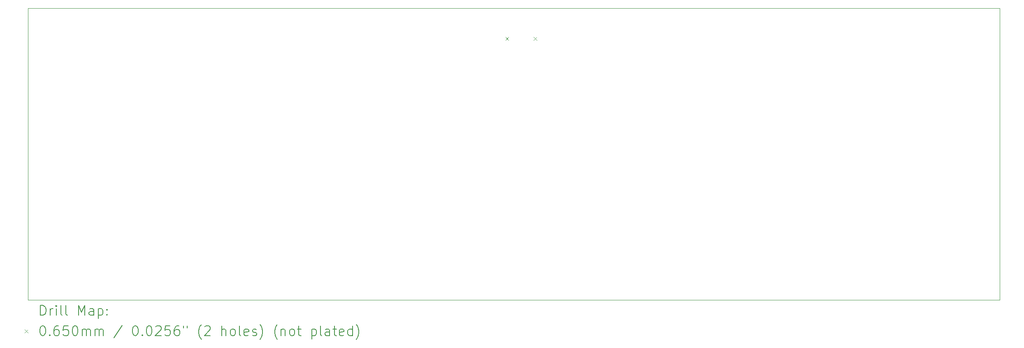
<source format=gbr>
%TF.GenerationSoftware,KiCad,Pcbnew,8.0.3*%
%TF.CreationDate,2024-07-13T20:38:13+02:00*%
%TF.ProjectId,Steuerplatine,53746575-6572-4706-9c61-74696e652e6b,rev?*%
%TF.SameCoordinates,Original*%
%TF.FileFunction,Drillmap*%
%TF.FilePolarity,Positive*%
%FSLAX45Y45*%
G04 Gerber Fmt 4.5, Leading zero omitted, Abs format (unit mm)*
G04 Created by KiCad (PCBNEW 8.0.3) date 2024-07-13 20:38:13*
%MOMM*%
%LPD*%
G01*
G04 APERTURE LIST*
%ADD10C,0.050000*%
%ADD11C,0.200000*%
%ADD12C,0.100000*%
G04 APERTURE END LIST*
D10*
X5000000Y-2990000D02*
X25000000Y-2990000D01*
X25000000Y-9000000D01*
X5000000Y-9000000D01*
X5000000Y-2990000D01*
D11*
D12*
X14828500Y-3585500D02*
X14893500Y-3650500D01*
X14893500Y-3585500D02*
X14828500Y-3650500D01*
X15406500Y-3585500D02*
X15471500Y-3650500D01*
X15471500Y-3585500D02*
X15406500Y-3650500D01*
D11*
X5258277Y-9313984D02*
X5258277Y-9113984D01*
X5258277Y-9113984D02*
X5305896Y-9113984D01*
X5305896Y-9113984D02*
X5334467Y-9123508D01*
X5334467Y-9123508D02*
X5353515Y-9142555D01*
X5353515Y-9142555D02*
X5363039Y-9161603D01*
X5363039Y-9161603D02*
X5372563Y-9199698D01*
X5372563Y-9199698D02*
X5372563Y-9228270D01*
X5372563Y-9228270D02*
X5363039Y-9266365D01*
X5363039Y-9266365D02*
X5353515Y-9285412D01*
X5353515Y-9285412D02*
X5334467Y-9304460D01*
X5334467Y-9304460D02*
X5305896Y-9313984D01*
X5305896Y-9313984D02*
X5258277Y-9313984D01*
X5458277Y-9313984D02*
X5458277Y-9180650D01*
X5458277Y-9218746D02*
X5467801Y-9199698D01*
X5467801Y-9199698D02*
X5477324Y-9190174D01*
X5477324Y-9190174D02*
X5496372Y-9180650D01*
X5496372Y-9180650D02*
X5515420Y-9180650D01*
X5582086Y-9313984D02*
X5582086Y-9180650D01*
X5582086Y-9113984D02*
X5572563Y-9123508D01*
X5572563Y-9123508D02*
X5582086Y-9133031D01*
X5582086Y-9133031D02*
X5591610Y-9123508D01*
X5591610Y-9123508D02*
X5582086Y-9113984D01*
X5582086Y-9113984D02*
X5582086Y-9133031D01*
X5705896Y-9313984D02*
X5686848Y-9304460D01*
X5686848Y-9304460D02*
X5677324Y-9285412D01*
X5677324Y-9285412D02*
X5677324Y-9113984D01*
X5810658Y-9313984D02*
X5791610Y-9304460D01*
X5791610Y-9304460D02*
X5782086Y-9285412D01*
X5782086Y-9285412D02*
X5782086Y-9113984D01*
X6039229Y-9313984D02*
X6039229Y-9113984D01*
X6039229Y-9113984D02*
X6105896Y-9256841D01*
X6105896Y-9256841D02*
X6172562Y-9113984D01*
X6172562Y-9113984D02*
X6172562Y-9313984D01*
X6353515Y-9313984D02*
X6353515Y-9209222D01*
X6353515Y-9209222D02*
X6343991Y-9190174D01*
X6343991Y-9190174D02*
X6324943Y-9180650D01*
X6324943Y-9180650D02*
X6286848Y-9180650D01*
X6286848Y-9180650D02*
X6267801Y-9190174D01*
X6353515Y-9304460D02*
X6334467Y-9313984D01*
X6334467Y-9313984D02*
X6286848Y-9313984D01*
X6286848Y-9313984D02*
X6267801Y-9304460D01*
X6267801Y-9304460D02*
X6258277Y-9285412D01*
X6258277Y-9285412D02*
X6258277Y-9266365D01*
X6258277Y-9266365D02*
X6267801Y-9247317D01*
X6267801Y-9247317D02*
X6286848Y-9237793D01*
X6286848Y-9237793D02*
X6334467Y-9237793D01*
X6334467Y-9237793D02*
X6353515Y-9228270D01*
X6448753Y-9180650D02*
X6448753Y-9380650D01*
X6448753Y-9190174D02*
X6467801Y-9180650D01*
X6467801Y-9180650D02*
X6505896Y-9180650D01*
X6505896Y-9180650D02*
X6524943Y-9190174D01*
X6524943Y-9190174D02*
X6534467Y-9199698D01*
X6534467Y-9199698D02*
X6543991Y-9218746D01*
X6543991Y-9218746D02*
X6543991Y-9275889D01*
X6543991Y-9275889D02*
X6534467Y-9294936D01*
X6534467Y-9294936D02*
X6524943Y-9304460D01*
X6524943Y-9304460D02*
X6505896Y-9313984D01*
X6505896Y-9313984D02*
X6467801Y-9313984D01*
X6467801Y-9313984D02*
X6448753Y-9304460D01*
X6629705Y-9294936D02*
X6639229Y-9304460D01*
X6639229Y-9304460D02*
X6629705Y-9313984D01*
X6629705Y-9313984D02*
X6620182Y-9304460D01*
X6620182Y-9304460D02*
X6629705Y-9294936D01*
X6629705Y-9294936D02*
X6629705Y-9313984D01*
X6629705Y-9190174D02*
X6639229Y-9199698D01*
X6639229Y-9199698D02*
X6629705Y-9209222D01*
X6629705Y-9209222D02*
X6620182Y-9199698D01*
X6620182Y-9199698D02*
X6629705Y-9190174D01*
X6629705Y-9190174D02*
X6629705Y-9209222D01*
D12*
X4932500Y-9610000D02*
X4997500Y-9675000D01*
X4997500Y-9610000D02*
X4932500Y-9675000D01*
D11*
X5296372Y-9533984D02*
X5315420Y-9533984D01*
X5315420Y-9533984D02*
X5334467Y-9543508D01*
X5334467Y-9543508D02*
X5343991Y-9553031D01*
X5343991Y-9553031D02*
X5353515Y-9572079D01*
X5353515Y-9572079D02*
X5363039Y-9610174D01*
X5363039Y-9610174D02*
X5363039Y-9657793D01*
X5363039Y-9657793D02*
X5353515Y-9695889D01*
X5353515Y-9695889D02*
X5343991Y-9714936D01*
X5343991Y-9714936D02*
X5334467Y-9724460D01*
X5334467Y-9724460D02*
X5315420Y-9733984D01*
X5315420Y-9733984D02*
X5296372Y-9733984D01*
X5296372Y-9733984D02*
X5277324Y-9724460D01*
X5277324Y-9724460D02*
X5267801Y-9714936D01*
X5267801Y-9714936D02*
X5258277Y-9695889D01*
X5258277Y-9695889D02*
X5248753Y-9657793D01*
X5248753Y-9657793D02*
X5248753Y-9610174D01*
X5248753Y-9610174D02*
X5258277Y-9572079D01*
X5258277Y-9572079D02*
X5267801Y-9553031D01*
X5267801Y-9553031D02*
X5277324Y-9543508D01*
X5277324Y-9543508D02*
X5296372Y-9533984D01*
X5448753Y-9714936D02*
X5458277Y-9724460D01*
X5458277Y-9724460D02*
X5448753Y-9733984D01*
X5448753Y-9733984D02*
X5439229Y-9724460D01*
X5439229Y-9724460D02*
X5448753Y-9714936D01*
X5448753Y-9714936D02*
X5448753Y-9733984D01*
X5629705Y-9533984D02*
X5591610Y-9533984D01*
X5591610Y-9533984D02*
X5572563Y-9543508D01*
X5572563Y-9543508D02*
X5563039Y-9553031D01*
X5563039Y-9553031D02*
X5543991Y-9581603D01*
X5543991Y-9581603D02*
X5534467Y-9619698D01*
X5534467Y-9619698D02*
X5534467Y-9695889D01*
X5534467Y-9695889D02*
X5543991Y-9714936D01*
X5543991Y-9714936D02*
X5553515Y-9724460D01*
X5553515Y-9724460D02*
X5572563Y-9733984D01*
X5572563Y-9733984D02*
X5610658Y-9733984D01*
X5610658Y-9733984D02*
X5629705Y-9724460D01*
X5629705Y-9724460D02*
X5639229Y-9714936D01*
X5639229Y-9714936D02*
X5648753Y-9695889D01*
X5648753Y-9695889D02*
X5648753Y-9648270D01*
X5648753Y-9648270D02*
X5639229Y-9629222D01*
X5639229Y-9629222D02*
X5629705Y-9619698D01*
X5629705Y-9619698D02*
X5610658Y-9610174D01*
X5610658Y-9610174D02*
X5572563Y-9610174D01*
X5572563Y-9610174D02*
X5553515Y-9619698D01*
X5553515Y-9619698D02*
X5543991Y-9629222D01*
X5543991Y-9629222D02*
X5534467Y-9648270D01*
X5829705Y-9533984D02*
X5734467Y-9533984D01*
X5734467Y-9533984D02*
X5724943Y-9629222D01*
X5724943Y-9629222D02*
X5734467Y-9619698D01*
X5734467Y-9619698D02*
X5753515Y-9610174D01*
X5753515Y-9610174D02*
X5801134Y-9610174D01*
X5801134Y-9610174D02*
X5820182Y-9619698D01*
X5820182Y-9619698D02*
X5829705Y-9629222D01*
X5829705Y-9629222D02*
X5839229Y-9648270D01*
X5839229Y-9648270D02*
X5839229Y-9695889D01*
X5839229Y-9695889D02*
X5829705Y-9714936D01*
X5829705Y-9714936D02*
X5820182Y-9724460D01*
X5820182Y-9724460D02*
X5801134Y-9733984D01*
X5801134Y-9733984D02*
X5753515Y-9733984D01*
X5753515Y-9733984D02*
X5734467Y-9724460D01*
X5734467Y-9724460D02*
X5724943Y-9714936D01*
X5963039Y-9533984D02*
X5982086Y-9533984D01*
X5982086Y-9533984D02*
X6001134Y-9543508D01*
X6001134Y-9543508D02*
X6010658Y-9553031D01*
X6010658Y-9553031D02*
X6020182Y-9572079D01*
X6020182Y-9572079D02*
X6029705Y-9610174D01*
X6029705Y-9610174D02*
X6029705Y-9657793D01*
X6029705Y-9657793D02*
X6020182Y-9695889D01*
X6020182Y-9695889D02*
X6010658Y-9714936D01*
X6010658Y-9714936D02*
X6001134Y-9724460D01*
X6001134Y-9724460D02*
X5982086Y-9733984D01*
X5982086Y-9733984D02*
X5963039Y-9733984D01*
X5963039Y-9733984D02*
X5943991Y-9724460D01*
X5943991Y-9724460D02*
X5934467Y-9714936D01*
X5934467Y-9714936D02*
X5924943Y-9695889D01*
X5924943Y-9695889D02*
X5915420Y-9657793D01*
X5915420Y-9657793D02*
X5915420Y-9610174D01*
X5915420Y-9610174D02*
X5924943Y-9572079D01*
X5924943Y-9572079D02*
X5934467Y-9553031D01*
X5934467Y-9553031D02*
X5943991Y-9543508D01*
X5943991Y-9543508D02*
X5963039Y-9533984D01*
X6115420Y-9733984D02*
X6115420Y-9600650D01*
X6115420Y-9619698D02*
X6124943Y-9610174D01*
X6124943Y-9610174D02*
X6143991Y-9600650D01*
X6143991Y-9600650D02*
X6172563Y-9600650D01*
X6172563Y-9600650D02*
X6191610Y-9610174D01*
X6191610Y-9610174D02*
X6201134Y-9629222D01*
X6201134Y-9629222D02*
X6201134Y-9733984D01*
X6201134Y-9629222D02*
X6210658Y-9610174D01*
X6210658Y-9610174D02*
X6229705Y-9600650D01*
X6229705Y-9600650D02*
X6258277Y-9600650D01*
X6258277Y-9600650D02*
X6277324Y-9610174D01*
X6277324Y-9610174D02*
X6286848Y-9629222D01*
X6286848Y-9629222D02*
X6286848Y-9733984D01*
X6382086Y-9733984D02*
X6382086Y-9600650D01*
X6382086Y-9619698D02*
X6391610Y-9610174D01*
X6391610Y-9610174D02*
X6410658Y-9600650D01*
X6410658Y-9600650D02*
X6439229Y-9600650D01*
X6439229Y-9600650D02*
X6458277Y-9610174D01*
X6458277Y-9610174D02*
X6467801Y-9629222D01*
X6467801Y-9629222D02*
X6467801Y-9733984D01*
X6467801Y-9629222D02*
X6477324Y-9610174D01*
X6477324Y-9610174D02*
X6496372Y-9600650D01*
X6496372Y-9600650D02*
X6524943Y-9600650D01*
X6524943Y-9600650D02*
X6543991Y-9610174D01*
X6543991Y-9610174D02*
X6553515Y-9629222D01*
X6553515Y-9629222D02*
X6553515Y-9733984D01*
X6943991Y-9524460D02*
X6772563Y-9781603D01*
X7201134Y-9533984D02*
X7220182Y-9533984D01*
X7220182Y-9533984D02*
X7239229Y-9543508D01*
X7239229Y-9543508D02*
X7248753Y-9553031D01*
X7248753Y-9553031D02*
X7258277Y-9572079D01*
X7258277Y-9572079D02*
X7267801Y-9610174D01*
X7267801Y-9610174D02*
X7267801Y-9657793D01*
X7267801Y-9657793D02*
X7258277Y-9695889D01*
X7258277Y-9695889D02*
X7248753Y-9714936D01*
X7248753Y-9714936D02*
X7239229Y-9724460D01*
X7239229Y-9724460D02*
X7220182Y-9733984D01*
X7220182Y-9733984D02*
X7201134Y-9733984D01*
X7201134Y-9733984D02*
X7182086Y-9724460D01*
X7182086Y-9724460D02*
X7172563Y-9714936D01*
X7172563Y-9714936D02*
X7163039Y-9695889D01*
X7163039Y-9695889D02*
X7153515Y-9657793D01*
X7153515Y-9657793D02*
X7153515Y-9610174D01*
X7153515Y-9610174D02*
X7163039Y-9572079D01*
X7163039Y-9572079D02*
X7172563Y-9553031D01*
X7172563Y-9553031D02*
X7182086Y-9543508D01*
X7182086Y-9543508D02*
X7201134Y-9533984D01*
X7353515Y-9714936D02*
X7363039Y-9724460D01*
X7363039Y-9724460D02*
X7353515Y-9733984D01*
X7353515Y-9733984D02*
X7343991Y-9724460D01*
X7343991Y-9724460D02*
X7353515Y-9714936D01*
X7353515Y-9714936D02*
X7353515Y-9733984D01*
X7486848Y-9533984D02*
X7505896Y-9533984D01*
X7505896Y-9533984D02*
X7524944Y-9543508D01*
X7524944Y-9543508D02*
X7534467Y-9553031D01*
X7534467Y-9553031D02*
X7543991Y-9572079D01*
X7543991Y-9572079D02*
X7553515Y-9610174D01*
X7553515Y-9610174D02*
X7553515Y-9657793D01*
X7553515Y-9657793D02*
X7543991Y-9695889D01*
X7543991Y-9695889D02*
X7534467Y-9714936D01*
X7534467Y-9714936D02*
X7524944Y-9724460D01*
X7524944Y-9724460D02*
X7505896Y-9733984D01*
X7505896Y-9733984D02*
X7486848Y-9733984D01*
X7486848Y-9733984D02*
X7467801Y-9724460D01*
X7467801Y-9724460D02*
X7458277Y-9714936D01*
X7458277Y-9714936D02*
X7448753Y-9695889D01*
X7448753Y-9695889D02*
X7439229Y-9657793D01*
X7439229Y-9657793D02*
X7439229Y-9610174D01*
X7439229Y-9610174D02*
X7448753Y-9572079D01*
X7448753Y-9572079D02*
X7458277Y-9553031D01*
X7458277Y-9553031D02*
X7467801Y-9543508D01*
X7467801Y-9543508D02*
X7486848Y-9533984D01*
X7629706Y-9553031D02*
X7639229Y-9543508D01*
X7639229Y-9543508D02*
X7658277Y-9533984D01*
X7658277Y-9533984D02*
X7705896Y-9533984D01*
X7705896Y-9533984D02*
X7724944Y-9543508D01*
X7724944Y-9543508D02*
X7734467Y-9553031D01*
X7734467Y-9553031D02*
X7743991Y-9572079D01*
X7743991Y-9572079D02*
X7743991Y-9591127D01*
X7743991Y-9591127D02*
X7734467Y-9619698D01*
X7734467Y-9619698D02*
X7620182Y-9733984D01*
X7620182Y-9733984D02*
X7743991Y-9733984D01*
X7924944Y-9533984D02*
X7829706Y-9533984D01*
X7829706Y-9533984D02*
X7820182Y-9629222D01*
X7820182Y-9629222D02*
X7829706Y-9619698D01*
X7829706Y-9619698D02*
X7848753Y-9610174D01*
X7848753Y-9610174D02*
X7896372Y-9610174D01*
X7896372Y-9610174D02*
X7915420Y-9619698D01*
X7915420Y-9619698D02*
X7924944Y-9629222D01*
X7924944Y-9629222D02*
X7934467Y-9648270D01*
X7934467Y-9648270D02*
X7934467Y-9695889D01*
X7934467Y-9695889D02*
X7924944Y-9714936D01*
X7924944Y-9714936D02*
X7915420Y-9724460D01*
X7915420Y-9724460D02*
X7896372Y-9733984D01*
X7896372Y-9733984D02*
X7848753Y-9733984D01*
X7848753Y-9733984D02*
X7829706Y-9724460D01*
X7829706Y-9724460D02*
X7820182Y-9714936D01*
X8105896Y-9533984D02*
X8067801Y-9533984D01*
X8067801Y-9533984D02*
X8048753Y-9543508D01*
X8048753Y-9543508D02*
X8039229Y-9553031D01*
X8039229Y-9553031D02*
X8020182Y-9581603D01*
X8020182Y-9581603D02*
X8010658Y-9619698D01*
X8010658Y-9619698D02*
X8010658Y-9695889D01*
X8010658Y-9695889D02*
X8020182Y-9714936D01*
X8020182Y-9714936D02*
X8029706Y-9724460D01*
X8029706Y-9724460D02*
X8048753Y-9733984D01*
X8048753Y-9733984D02*
X8086848Y-9733984D01*
X8086848Y-9733984D02*
X8105896Y-9724460D01*
X8105896Y-9724460D02*
X8115420Y-9714936D01*
X8115420Y-9714936D02*
X8124944Y-9695889D01*
X8124944Y-9695889D02*
X8124944Y-9648270D01*
X8124944Y-9648270D02*
X8115420Y-9629222D01*
X8115420Y-9629222D02*
X8105896Y-9619698D01*
X8105896Y-9619698D02*
X8086848Y-9610174D01*
X8086848Y-9610174D02*
X8048753Y-9610174D01*
X8048753Y-9610174D02*
X8029706Y-9619698D01*
X8029706Y-9619698D02*
X8020182Y-9629222D01*
X8020182Y-9629222D02*
X8010658Y-9648270D01*
X8201134Y-9533984D02*
X8201134Y-9572079D01*
X8277325Y-9533984D02*
X8277325Y-9572079D01*
X8572563Y-9810174D02*
X8563039Y-9800650D01*
X8563039Y-9800650D02*
X8543991Y-9772079D01*
X8543991Y-9772079D02*
X8534468Y-9753031D01*
X8534468Y-9753031D02*
X8524944Y-9724460D01*
X8524944Y-9724460D02*
X8515420Y-9676841D01*
X8515420Y-9676841D02*
X8515420Y-9638746D01*
X8515420Y-9638746D02*
X8524944Y-9591127D01*
X8524944Y-9591127D02*
X8534468Y-9562555D01*
X8534468Y-9562555D02*
X8543991Y-9543508D01*
X8543991Y-9543508D02*
X8563039Y-9514936D01*
X8563039Y-9514936D02*
X8572563Y-9505412D01*
X8639230Y-9553031D02*
X8648753Y-9543508D01*
X8648753Y-9543508D02*
X8667801Y-9533984D01*
X8667801Y-9533984D02*
X8715420Y-9533984D01*
X8715420Y-9533984D02*
X8734468Y-9543508D01*
X8734468Y-9543508D02*
X8743991Y-9553031D01*
X8743991Y-9553031D02*
X8753515Y-9572079D01*
X8753515Y-9572079D02*
X8753515Y-9591127D01*
X8753515Y-9591127D02*
X8743991Y-9619698D01*
X8743991Y-9619698D02*
X8629706Y-9733984D01*
X8629706Y-9733984D02*
X8753515Y-9733984D01*
X8991611Y-9733984D02*
X8991611Y-9533984D01*
X9077325Y-9733984D02*
X9077325Y-9629222D01*
X9077325Y-9629222D02*
X9067801Y-9610174D01*
X9067801Y-9610174D02*
X9048753Y-9600650D01*
X9048753Y-9600650D02*
X9020182Y-9600650D01*
X9020182Y-9600650D02*
X9001134Y-9610174D01*
X9001134Y-9610174D02*
X8991611Y-9619698D01*
X9201134Y-9733984D02*
X9182087Y-9724460D01*
X9182087Y-9724460D02*
X9172563Y-9714936D01*
X9172563Y-9714936D02*
X9163039Y-9695889D01*
X9163039Y-9695889D02*
X9163039Y-9638746D01*
X9163039Y-9638746D02*
X9172563Y-9619698D01*
X9172563Y-9619698D02*
X9182087Y-9610174D01*
X9182087Y-9610174D02*
X9201134Y-9600650D01*
X9201134Y-9600650D02*
X9229706Y-9600650D01*
X9229706Y-9600650D02*
X9248753Y-9610174D01*
X9248753Y-9610174D02*
X9258277Y-9619698D01*
X9258277Y-9619698D02*
X9267801Y-9638746D01*
X9267801Y-9638746D02*
X9267801Y-9695889D01*
X9267801Y-9695889D02*
X9258277Y-9714936D01*
X9258277Y-9714936D02*
X9248753Y-9724460D01*
X9248753Y-9724460D02*
X9229706Y-9733984D01*
X9229706Y-9733984D02*
X9201134Y-9733984D01*
X9382087Y-9733984D02*
X9363039Y-9724460D01*
X9363039Y-9724460D02*
X9353515Y-9705412D01*
X9353515Y-9705412D02*
X9353515Y-9533984D01*
X9534468Y-9724460D02*
X9515420Y-9733984D01*
X9515420Y-9733984D02*
X9477325Y-9733984D01*
X9477325Y-9733984D02*
X9458277Y-9724460D01*
X9458277Y-9724460D02*
X9448753Y-9705412D01*
X9448753Y-9705412D02*
X9448753Y-9629222D01*
X9448753Y-9629222D02*
X9458277Y-9610174D01*
X9458277Y-9610174D02*
X9477325Y-9600650D01*
X9477325Y-9600650D02*
X9515420Y-9600650D01*
X9515420Y-9600650D02*
X9534468Y-9610174D01*
X9534468Y-9610174D02*
X9543992Y-9629222D01*
X9543992Y-9629222D02*
X9543992Y-9648270D01*
X9543992Y-9648270D02*
X9448753Y-9667317D01*
X9620182Y-9724460D02*
X9639230Y-9733984D01*
X9639230Y-9733984D02*
X9677325Y-9733984D01*
X9677325Y-9733984D02*
X9696373Y-9724460D01*
X9696373Y-9724460D02*
X9705896Y-9705412D01*
X9705896Y-9705412D02*
X9705896Y-9695889D01*
X9705896Y-9695889D02*
X9696373Y-9676841D01*
X9696373Y-9676841D02*
X9677325Y-9667317D01*
X9677325Y-9667317D02*
X9648753Y-9667317D01*
X9648753Y-9667317D02*
X9629706Y-9657793D01*
X9629706Y-9657793D02*
X9620182Y-9638746D01*
X9620182Y-9638746D02*
X9620182Y-9629222D01*
X9620182Y-9629222D02*
X9629706Y-9610174D01*
X9629706Y-9610174D02*
X9648753Y-9600650D01*
X9648753Y-9600650D02*
X9677325Y-9600650D01*
X9677325Y-9600650D02*
X9696373Y-9610174D01*
X9772563Y-9810174D02*
X9782087Y-9800650D01*
X9782087Y-9800650D02*
X9801134Y-9772079D01*
X9801134Y-9772079D02*
X9810658Y-9753031D01*
X9810658Y-9753031D02*
X9820182Y-9724460D01*
X9820182Y-9724460D02*
X9829706Y-9676841D01*
X9829706Y-9676841D02*
X9829706Y-9638746D01*
X9829706Y-9638746D02*
X9820182Y-9591127D01*
X9820182Y-9591127D02*
X9810658Y-9562555D01*
X9810658Y-9562555D02*
X9801134Y-9543508D01*
X9801134Y-9543508D02*
X9782087Y-9514936D01*
X9782087Y-9514936D02*
X9772563Y-9505412D01*
X10134468Y-9810174D02*
X10124944Y-9800650D01*
X10124944Y-9800650D02*
X10105896Y-9772079D01*
X10105896Y-9772079D02*
X10096373Y-9753031D01*
X10096373Y-9753031D02*
X10086849Y-9724460D01*
X10086849Y-9724460D02*
X10077325Y-9676841D01*
X10077325Y-9676841D02*
X10077325Y-9638746D01*
X10077325Y-9638746D02*
X10086849Y-9591127D01*
X10086849Y-9591127D02*
X10096373Y-9562555D01*
X10096373Y-9562555D02*
X10105896Y-9543508D01*
X10105896Y-9543508D02*
X10124944Y-9514936D01*
X10124944Y-9514936D02*
X10134468Y-9505412D01*
X10210658Y-9600650D02*
X10210658Y-9733984D01*
X10210658Y-9619698D02*
X10220182Y-9610174D01*
X10220182Y-9610174D02*
X10239230Y-9600650D01*
X10239230Y-9600650D02*
X10267801Y-9600650D01*
X10267801Y-9600650D02*
X10286849Y-9610174D01*
X10286849Y-9610174D02*
X10296373Y-9629222D01*
X10296373Y-9629222D02*
X10296373Y-9733984D01*
X10420182Y-9733984D02*
X10401134Y-9724460D01*
X10401134Y-9724460D02*
X10391611Y-9714936D01*
X10391611Y-9714936D02*
X10382087Y-9695889D01*
X10382087Y-9695889D02*
X10382087Y-9638746D01*
X10382087Y-9638746D02*
X10391611Y-9619698D01*
X10391611Y-9619698D02*
X10401134Y-9610174D01*
X10401134Y-9610174D02*
X10420182Y-9600650D01*
X10420182Y-9600650D02*
X10448754Y-9600650D01*
X10448754Y-9600650D02*
X10467801Y-9610174D01*
X10467801Y-9610174D02*
X10477325Y-9619698D01*
X10477325Y-9619698D02*
X10486849Y-9638746D01*
X10486849Y-9638746D02*
X10486849Y-9695889D01*
X10486849Y-9695889D02*
X10477325Y-9714936D01*
X10477325Y-9714936D02*
X10467801Y-9724460D01*
X10467801Y-9724460D02*
X10448754Y-9733984D01*
X10448754Y-9733984D02*
X10420182Y-9733984D01*
X10543992Y-9600650D02*
X10620182Y-9600650D01*
X10572563Y-9533984D02*
X10572563Y-9705412D01*
X10572563Y-9705412D02*
X10582087Y-9724460D01*
X10582087Y-9724460D02*
X10601134Y-9733984D01*
X10601134Y-9733984D02*
X10620182Y-9733984D01*
X10839230Y-9600650D02*
X10839230Y-9800650D01*
X10839230Y-9610174D02*
X10858277Y-9600650D01*
X10858277Y-9600650D02*
X10896373Y-9600650D01*
X10896373Y-9600650D02*
X10915420Y-9610174D01*
X10915420Y-9610174D02*
X10924944Y-9619698D01*
X10924944Y-9619698D02*
X10934468Y-9638746D01*
X10934468Y-9638746D02*
X10934468Y-9695889D01*
X10934468Y-9695889D02*
X10924944Y-9714936D01*
X10924944Y-9714936D02*
X10915420Y-9724460D01*
X10915420Y-9724460D02*
X10896373Y-9733984D01*
X10896373Y-9733984D02*
X10858277Y-9733984D01*
X10858277Y-9733984D02*
X10839230Y-9724460D01*
X11048754Y-9733984D02*
X11029706Y-9724460D01*
X11029706Y-9724460D02*
X11020182Y-9705412D01*
X11020182Y-9705412D02*
X11020182Y-9533984D01*
X11210658Y-9733984D02*
X11210658Y-9629222D01*
X11210658Y-9629222D02*
X11201134Y-9610174D01*
X11201134Y-9610174D02*
X11182087Y-9600650D01*
X11182087Y-9600650D02*
X11143992Y-9600650D01*
X11143992Y-9600650D02*
X11124944Y-9610174D01*
X11210658Y-9724460D02*
X11191611Y-9733984D01*
X11191611Y-9733984D02*
X11143992Y-9733984D01*
X11143992Y-9733984D02*
X11124944Y-9724460D01*
X11124944Y-9724460D02*
X11115420Y-9705412D01*
X11115420Y-9705412D02*
X11115420Y-9686365D01*
X11115420Y-9686365D02*
X11124944Y-9667317D01*
X11124944Y-9667317D02*
X11143992Y-9657793D01*
X11143992Y-9657793D02*
X11191611Y-9657793D01*
X11191611Y-9657793D02*
X11210658Y-9648270D01*
X11277325Y-9600650D02*
X11353515Y-9600650D01*
X11305896Y-9533984D02*
X11305896Y-9705412D01*
X11305896Y-9705412D02*
X11315420Y-9724460D01*
X11315420Y-9724460D02*
X11334468Y-9733984D01*
X11334468Y-9733984D02*
X11353515Y-9733984D01*
X11496373Y-9724460D02*
X11477325Y-9733984D01*
X11477325Y-9733984D02*
X11439230Y-9733984D01*
X11439230Y-9733984D02*
X11420182Y-9724460D01*
X11420182Y-9724460D02*
X11410658Y-9705412D01*
X11410658Y-9705412D02*
X11410658Y-9629222D01*
X11410658Y-9629222D02*
X11420182Y-9610174D01*
X11420182Y-9610174D02*
X11439230Y-9600650D01*
X11439230Y-9600650D02*
X11477325Y-9600650D01*
X11477325Y-9600650D02*
X11496373Y-9610174D01*
X11496373Y-9610174D02*
X11505896Y-9629222D01*
X11505896Y-9629222D02*
X11505896Y-9648270D01*
X11505896Y-9648270D02*
X11410658Y-9667317D01*
X11677325Y-9733984D02*
X11677325Y-9533984D01*
X11677325Y-9724460D02*
X11658277Y-9733984D01*
X11658277Y-9733984D02*
X11620182Y-9733984D01*
X11620182Y-9733984D02*
X11601134Y-9724460D01*
X11601134Y-9724460D02*
X11591611Y-9714936D01*
X11591611Y-9714936D02*
X11582087Y-9695889D01*
X11582087Y-9695889D02*
X11582087Y-9638746D01*
X11582087Y-9638746D02*
X11591611Y-9619698D01*
X11591611Y-9619698D02*
X11601134Y-9610174D01*
X11601134Y-9610174D02*
X11620182Y-9600650D01*
X11620182Y-9600650D02*
X11658277Y-9600650D01*
X11658277Y-9600650D02*
X11677325Y-9610174D01*
X11753515Y-9810174D02*
X11763039Y-9800650D01*
X11763039Y-9800650D02*
X11782087Y-9772079D01*
X11782087Y-9772079D02*
X11791611Y-9753031D01*
X11791611Y-9753031D02*
X11801134Y-9724460D01*
X11801134Y-9724460D02*
X11810658Y-9676841D01*
X11810658Y-9676841D02*
X11810658Y-9638746D01*
X11810658Y-9638746D02*
X11801134Y-9591127D01*
X11801134Y-9591127D02*
X11791611Y-9562555D01*
X11791611Y-9562555D02*
X11782087Y-9543508D01*
X11782087Y-9543508D02*
X11763039Y-9514936D01*
X11763039Y-9514936D02*
X11753515Y-9505412D01*
M02*

</source>
